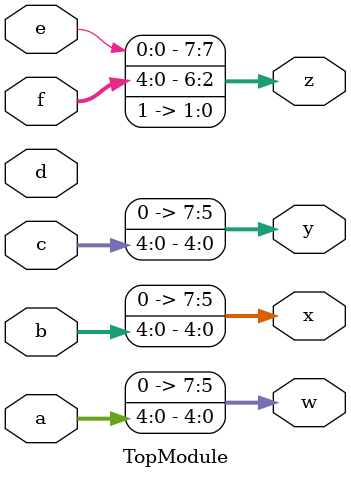
<source format=sv>

module TopModule (
  input [4:0] a,
  input [4:0] b,
  input [4:0] c,
  input [4:0] d,
  input [4:0] e,
  input [4:0] f,
  output [7:0] w,
  output [7:0] x,
  output [7:0] y,
  output [7:0] z
);

  assign w = a;
  assign x = b;
  assign y = c;
  assign z = {d,e,f,2'b11};

endmodule

// VERILOG-EVAL: errant inclusion of module definition

</source>
